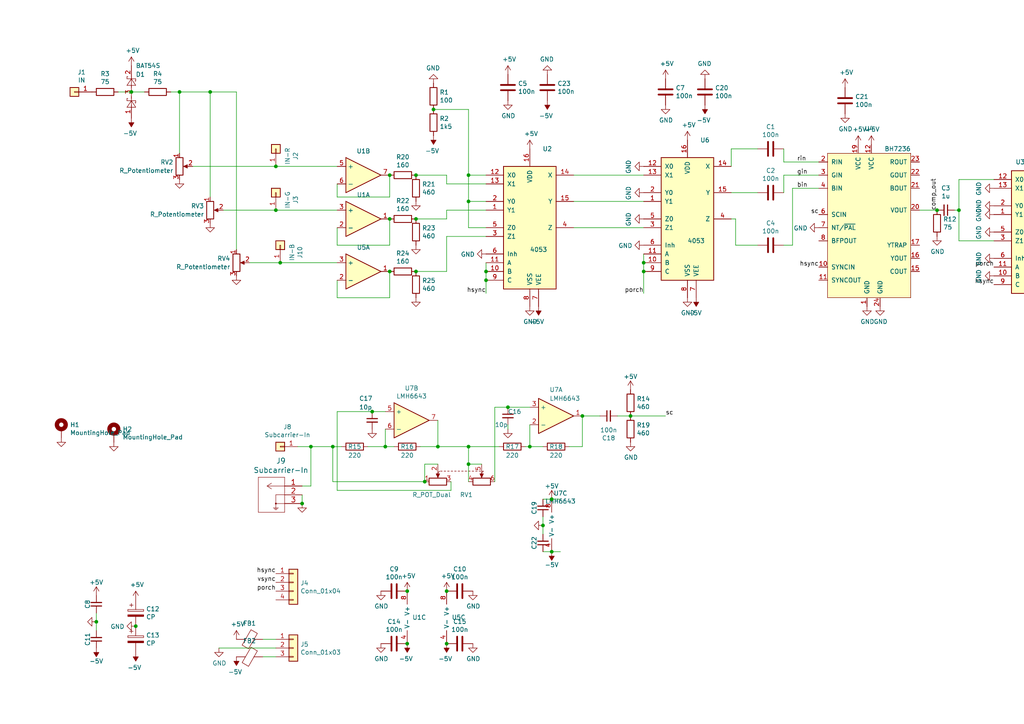
<source format=kicad_sch>
(kicad_sch (version 20231120) (generator "eeschema") (generator_version "8.0")
  (paper "A4")
  (title_block (title "sk800-rgb") (date "2021-09-13") (rev "2.0") (company "[ a n y m a ]"))
  (lib_symbols
    (symbol "4xxx:4053" (pin_names (offset 1.016))
      (property "Reference" "U" (at -7.62 19.05 0))
      (property "Value" "4053" (at -7.62 -19.05 0))
      (symbol "4053_1_0"
        (pin passive line (at -12.7 5.08 0) (length 5.08) (name "Y1") (number "1"))
        (pin input line (at -12.7 -12.7 0) (length 5.08) (name "B") (number "10"))
        (pin input line (at -12.7 -10.16 0) (length 5.08) (name "A") (number "11"))
        (pin passive line (at -12.7 15.24 0) (length 5.08) (name "X0") (number "12"))
        (pin passive line (at -12.7 12.7 0) (length 5.08) (name "X1") (number "13"))
        (pin passive line (at 12.7 15.24 180) (length 5.08) (name "X") (number "14"))
        (pin passive line (at 12.7 7.62 180) (length 5.08) (name "Y") (number "15"))
        (pin power_in line (at 0 22.86 270) (length 5.08) (name "VDD") (number "16"))
        (pin passive line (at -12.7 7.62 0) (length 5.08) (name "Y0") (number "2"))
        (pin passive line (at -12.7 -2.54 0) (length 5.08) (name "Z1") (number "3"))
        (pin passive line (at 12.7 0 180) (length 5.08) (name "Z") (number "4"))
        (pin passive line (at -12.7 0 0) (length 5.08) (name "Z0") (number "5"))
        (pin input line (at -12.7 -7.62 0) (length 5.08) (name "Inh") (number "6"))
        (pin power_in line (at 2.54 -22.86 90) (length 5.08) (name "VEE") (number "7"))
        (pin power_in line (at 0 -22.86 90) (length 5.08) (name "VSS") (number "8"))
        (pin input line (at -12.7 -15.24 0) (length 5.08) (name "C") (number "9"))
      )
    )
    (symbol "Connector_Generic:Conn_01x01" (pin_names (offset 1.016) hide)
      (property "Reference" "J" (at 0 2.54 0))
      (property "Value" "Conn_01x01" (at 0 -2.54 0))
      (symbol "Conn_01x01_1_1"
        (pin passive line (at -5.08 0 0) (length 3.81) (name "Pin_1") (number "1"))
      )
    )
    (symbol "Connector_Generic:Conn_01x03" (pin_names (offset 1.016) hide)
      (property "Reference" "J" (at 0 5.08 0))
      (property "Value" "Conn_01x03" (at 0 -5.08 0))
      (symbol "Conn_01x03_1_1"
        (pin passive line (at -5.08 2.54 0) (length 3.81) (name "Pin_1") (number "1"))
        (pin passive line (at -5.08 0 0) (length 3.81) (name "Pin_2") (number "2"))
        (pin passive line (at -5.08 -2.54 0) (length 3.81) (name "Pin_3") (number "3"))
      )
    )
    (symbol "Connector_Generic:Conn_01x04" (pin_names (offset 1.016) hide)
      (property "Reference" "J" (at 0 5.08 0))
      (property "Value" "Conn_01x04" (at 0 -7.62 0))
      (symbol "Conn_01x04_1_1"
        (pin passive line (at -5.08 2.54 0) (length 3.81) (name "Pin_1") (number "1"))
        (pin passive line (at -5.08 0 0) (length 3.81) (name "Pin_2") (number "2"))
        (pin passive line (at -5.08 -2.54 0) (length 3.81) (name "Pin_3") (number "3"))
        (pin passive line (at -5.08 -5.08 0) (length 3.81) (name "Pin_4") (number "4"))
      )
    )
    (symbol "Device:C" (pin_numbers hide) (pin_names (offset 0.254))
      (property "Reference" "C" (at 0.635 2.54 0))
      (property "Value" "C" (at 0.635 -2.54 0))
      (symbol "C_1_1"
        (pin passive line (at 0 3.81 270) (length 2.794) (name "~") (number "1"))
        (pin passive line (at 0 -3.81 90) (length 2.794) (name "~") (number "2"))
      )
    )
    (symbol "Device:R" (pin_numbers hide) (pin_names (offset 0))
      (property "Reference" "R" (at 2.032 0 90))
      (property "Value" "R" (at 0 0 90))
      (symbol "R_1_1"
        (pin passive line (at 0 3.81 270) (length 1.27) (name "~") (number "1"))
        (pin passive line (at 0 -3.81 90) (length 1.27) (name "~") (number "2"))
      )
    )
    (symbol "Device:R_Potentiometer" (pin_names (offset 1.016) hide)
      (property "Reference" "RV" (at -4.445 0 90))
      (property "Value" "R_Potentiometer" (at -2.54 0 90))
      (symbol "R_Potentiometer_1_1"
        (pin passive line (at 0 3.81 270) (length 1.27) (name "1") (number "1"))
        (pin passive line (at 3.81 0 180) (length 1.27) (name "2") (number "2"))
        (pin passive line (at 0 -3.81 90) (length 1.27) (name "3") (number "3"))
      )
    )
    (symbol "Mechanical:MountingHole_Pad" (pin_numbers hide) (pin_names (offset 1.016) hide) (exclude_from_sim yes) (in_bom no)
      (property "Reference" "H" (at 0 6.35 0))
      (property "Value" "MountingHole_Pad" (at 0 4.445 0))
      (symbol "MountingHole_Pad_1_1"
        (pin input line (at 0 -2.54 90) (length 2.54) (name "1") (number "1"))
      )
    )
    (symbol "sk800-rgb-rescue:CP-Device" (pin_numbers hide) (pin_names (offset 0.254))
      (property "Reference" "C" (at 0.635 2.54 0))
      (property "Value" "Device_CP" (at 0.635 -2.54 0))
      (symbol "CP-Device_1_1"
        (pin passive line (at 0 3.81 270) (length 2.794) (name "~") (number "1"))
        (pin passive line (at 0 -3.81 90) (length 2.794) (name "~") (number "2"))
      )
    )
    (symbol "sk800-rgb-rescue:Ferrite_Bead-Device" (pin_numbers hide) (pin_names (offset 0))
      (property "Reference" "FB" (at -3.81 0.635 90))
      (property "Value" "Device_Ferrite_Bead" (at 3.81 0 90))
      (symbol "Ferrite_Bead-Device_1_1"
        (pin passive line (at 0 3.81 270) (length 2.54) (name "~") (number "1"))
        (pin passive line (at 0 -3.81 90) (length 2.54) (name "~") (number "2"))
      )
    )
    (symbol "sk800-rgb-rescue:GND-power" (power) (pin_names (offset 0))
      (property "Value" "power_GND" (at 0 -3.81 0))
      (symbol "GND-power_1_1"
        (pin power_in line (at 0 0 270) (length 0) hide (name "GND") (number "1"))
      )
    )
    (symbol "sk800-rgb-rescue:R_POT_Dual-Device" (pin_names (offset 1.016) hide)
      (property "Reference" "RV" (at 0 3.81 0))
      (property "Value" "Device_R_POT_Dual" (at 0 1.905 0))
      (symbol "R_POT_Dual-Device_1_1"
        (pin passive line (at -10.16 -2.54 0) (length 1.27) (name "1") (number "1"))
        (pin passive line (at -6.35 2.54 270) (length 2.54) (name "2") (number "2"))
        (pin passive line (at -2.54 -2.54 180) (length 1.27) (name "3") (number "3"))
        (pin passive line (at 2.54 -2.54 0) (length 1.27) (name "4") (number "4"))
        (pin passive line (at 6.35 2.54 270) (length 2.54) (name "5") (number "5"))
        (pin passive line (at 10.16 -2.54 180) (length 1.27) (name "6") (number "6"))
      )
    )
    (symbol "synkie_symbols:+5V" (power) (pin_names (offset 0))
      (property "Value" "+5V" (at 0 3.556 0))
      (symbol "+5V_1_1"
        (pin power_in line (at 0 0 90) (length 0) hide (name "+5V") (number "1"))
      )
    )
    (symbol "synkie_symbols:-5V" (power) (pin_names (offset 0))
      (property "Value" "-5V" (at 0 3.81 0))
      (symbol "-5V_0_0"
        (pin power_in line (at 0 0 90) (length 0) hide (name "-5V") (number "1"))
      )
    )
    (symbol "synkie_symbols:BAT54S" (pin_names (offset 1.016))
      (property "Reference" "D" (at 0.635 -3.81 0))
      (property "Value" "BAT54S" (at -6.35 3.175 0))
      (symbol "BAT54S_1_1"
        (pin passive line (at -7.62 0 0) (length 3.81) (name "~") (number "1"))
        (pin passive line (at 7.62 0 180) (length 3.81) (name "~") (number "2"))
        (pin passive line (at 0 0 0) (length 0) (name "~") (number "3"))
      )
    )
    (symbol "synkie_symbols:BH7236" (pin_names (offset 1.016))
      (property "Reference" "U" (at -3.81 8.89 0))
      (property "Value" "BH7236" (at -3.81 13.97 0))
      (symbol "BH7236_1_1"
        (pin input line (at -3.81 -20.32 90) (length 2.54) (name "GND") (number "1"))
        (pin input line (at -17.78 -8.89 0) (length 2.54) (name "SYNCIN") (number "10"))
        (pin input line (at -17.78 -12.7 0) (length 2.54) (name "SYNCOUT") (number "11"))
        (pin input line (at -2.54 26.67 270) (length 2.54) (name "VCC") (number "12"))
        (pin input line (at -17.78 -25.4 0) (length 2.54) hide (name "NC") (number "13"))
        (pin input line (at -17.78 -27.94 0) (length 2.54) hide (name "NC") (number "14"))
        (pin input line (at 11.43 -10.16 180) (length 2.54) (name "COUT") (number "15"))
        (pin input line (at 11.43 -6.35 180) (length 2.54) (name "YOUT") (number "16"))
        (pin input line (at 11.43 -2.54 180) (length 2.54) (name "YTRAP") (number "17"))
        (pin input line (at 11.43 1.27 180) (length 2.54) hide (name "NC") (number "18"))
        (pin input line (at -6.35 26.67 270) (length 2.54) (name "VCC") (number "19"))
        (pin input line (at -17.78 21.59 0) (length 2.54) (name "RIN") (number "2"))
        (pin input line (at 11.43 7.62 180) (length 2.54) (name "VOUT") (number "20"))
        (pin input line (at 11.43 13.97 180) (length 2.54) (name "BOUT") (number "21"))
        (pin input line (at 11.43 17.78 180) (length 2.54) (name "GOUT") (number "22"))
        (pin input line (at 11.43 21.59 180) (length 2.54) (name "ROUT") (number "23"))
        (pin input line (at 0 -20.32 90) (length 2.54) (name "GND") (number "24"))
        (pin input line (at -17.78 17.78 0) (length 2.54) (name "GIN") (number "3"))
        (pin input line (at -17.78 13.97 0) (length 2.54) (name "BIN") (number "4"))
        (pin input line (at -17.78 10.16 0) (length 2.54) hide (name "NC") (number "5"))
        (pin input line (at -17.78 6.35 0) (length 2.54) (name "SCIN") (number "6"))
        (pin input line (at -17.78 2.54 0) (length 2.54) (name "NT/~{PAL}") (number "7"))
        (pin input line (at -17.78 -1.27 0) (length 2.54) (name "BFPOUT") (number "8"))
        (pin input line (at -17.78 -5.08 0) (length 2.54) hide (name "NC") (number "9"))
      )
    )
    (symbol "synkie_symbols:C_Small" (pin_numbers hide) (pin_names (offset 0.254) hide)
      (property "Reference" "C" (at 0.254 1.778 0))
      (property "Value" "C_Small" (at 0.254 -2.032 0))
      (symbol "C_Small_1_1"
        (pin passive line (at 0 2.54 270) (length 2.032) (name "~") (number "1"))
        (pin passive line (at 0 -2.54 90) (length 2.032) (name "~") (number "2"))
      )
    )
    (symbol "synkie_symbols:GND" (power) (pin_names (offset 0))
      (property "Value" "GND" (at 0 -3.81 0))
      (symbol "GND_1_1"
        (pin power_in line (at 0 0 270) (length 0) hide (name "GND") (number "1"))
      )
    )
    (symbol "synkie_symbols:Opamp_Dual_Generic"
      (property "Reference" "U" (at 0 5.08 0))
      (property "Value" "Opamp_Dual_Generic" (at 0 -5.08 0))
      (symbol "Opamp_Dual_Generic_1_1"
        (pin output line (at 7.62 0 180) (length 2.54) (name "~") (number "1"))
        (pin input line (at -7.62 -2.54 0) (length 2.54) (name "-") (number "2"))
        (pin input line (at -7.62 2.54 0) (length 2.54) (name "+") (number "3"))
      )
      (symbol "Opamp_Dual_Generic_2_1"
        (pin input line (at -7.62 2.54 0) (length 2.54) (name "+") (number "5"))
        (pin input line (at -7.62 -2.54 0) (length 2.54) (name "-") (number "6"))
        (pin output line (at 7.62 0 180) (length 2.54) (name "~") (number "7"))
      )
      (symbol "Opamp_Dual_Generic_3_1"
        (pin power_in line (at -2.54 -7.62 90) (length 3.81) (name "V-") (number "4"))
        (pin power_in line (at -2.54 7.62 270) (length 3.81) (name "V+") (number "8"))
      )
    )
    (symbol "synkie_symbols:R" (pin_numbers hide) (pin_names (offset 0))
      (property "Reference" "R" (at 2.032 0 90))
      (property "Value" "R" (at 0 0 90))
      (symbol "R_1_1"
        (pin passive line (at 0 3.81 270) (length 1.27) (name "~") (number "1"))
        (pin passive line (at 0 -3.81 90) (length 1.27) (name "~") (number "2"))
      )
    )
    (symbol "synkie_symbols:UMCC" (pin_names (offset 0.254) hide)
      (property "Reference" "J" (at 8.89 6.35 0))
      (property "Value" "UMCC" (at 8.382 -8.8392 0))
      (symbol "UMCC_1_1"
        (pin unspecified line (at 0 0 0) (length 5.08) (name "1") (number "1"))
        (pin unspecified line (at 0 -2.54 0) (length 5.08) (name "2") (number "2"))
        (pin unspecified line (at 0 -5.08 0) (length 5.08) (name "3") (number "3"))
      )
    )
  )
  (junction (at 120.65 63.5))
  (junction (at 278.13 60.96))
  (junction (at 186.69 76.2))
  (junction (at 129.54 171.45))
  (junction (at 120.65 78.74))
  (junction (at 96.52 129.54))
  (junction (at 140.97 78.74))
  (junction (at 118.11 171.45))
  (junction (at 80.01 60.96))
  (junction (at 334.01 80.01))
  (junction (at 81.28 76.2))
  (junction (at 113.03 50.8))
  (junction (at 52.07 26.67))
  (junction (at 271.78 60.96))
  (junction (at 186.69 78.74))
  (junction (at 118.11 186.69))
  (junction (at 349.25 69.85))
  (junction (at 147.32 118.11))
  (junction (at 80.01 48.26))
  (junction (at 135.89 50.8))
  (junction (at 140.97 81.28))
  (junction (at 113.03 63.5))
  (junction (at 160.02 144.78))
  (junction (at 38.1 26.67))
  (junction (at 135.89 134.62))
  (junction (at 182.88 120.65))
  (junction (at 87.63 146.05))
  (junction (at 125.73 31.75))
  (junction (at 111.76 129.54))
  (junction (at 168.91 120.65))
  (junction (at 160.02 160.02))
  (junction (at 107.95 119.38))
  (junction (at 157.48 152.4))
  (junction (at 27.94 180.34))
  (junction (at 39.37 181.61))
  (junction (at 123.19 139.7))
  (junction (at 127 129.54))
  (junction (at 153.67 129.54))
  (junction (at 90.17 129.54))
  (junction (at 135.89 58.42))
  (junction (at 113.03 78.74))
  (junction (at 60.96 26.67))
  (junction (at 135.89 129.54))
  (junction (at 129.54 186.69))
  (junction (at 120.65 50.8))
  (wire (pts (xy 123.19 139.7) (xy 96.52 139.7)))
  (wire (pts (xy 143.51 139.7) (xy 143.51 118.11)))
  (wire (pts (xy 237.49 54.61) (xy 229.87 54.61)))
  (wire (pts (xy 157.48 144.78) (xy 160.02 144.78)))
  (wire (pts (xy 60.96 26.67) (xy 68.58 26.67)))
  (wire (pts (xy 113.03 63.5) (xy 113.03 71.12)))
  (wire (pts (xy 90.17 140.97) (xy 90.17 129.54)))
  (wire (pts (xy 349.25 80.01) (xy 345.44 80.01)))
  (wire (pts (xy 96.52 139.7) (xy 96.52 129.54)))
  (wire (pts (xy 140.97 76.2) (xy 140.97 78.74)))
  (wire (pts (xy 97.79 119.38) (xy 107.95 119.38)))
  (wire (pts (xy 219.71 43.18) (xy 212.09 43.18)))
  (wire (pts (xy 229.87 71.12) (xy 227.33 71.12)))
  (wire (pts (xy 157.48 160.02) (xy 160.02 160.02)))
  (wire (pts (xy 60.96 26.67) (xy 60.96 57.15)))
  (wire (pts (xy 153.67 129.54) (xy 152.4 129.54)))
  (wire (pts (xy 135.89 134.62) (xy 135.89 129.54)))
  (wire (pts (xy 135.89 58.42) (xy 135.89 66.04)))
  (wire (pts (xy 278.13 52.07) (xy 288.29 52.07)))
  (wire (pts (xy 334.01 67.31) (xy 313.69 67.31)))
  (wire (pts (xy 140.97 58.42) (xy 135.89 58.42)))
  (wire (pts (xy 227.33 46.99) (xy 227.33 43.18)))
  (wire (pts (xy 212.09 63.5) (xy 213.36 63.5)))
  (wire (pts (xy 52.07 26.67) (xy 52.07 44.45)))
  (wire (pts (xy 87.63 143.51) (xy 87.63 146.05)))
  (wire (pts (xy 87.63 140.97) (xy 90.17 140.97)))
  (wire (pts (xy 64.77 60.96) (xy 80.01 60.96)))
  (wire (pts (xy 106.68 129.54) (xy 111.76 129.54)))
  (wire (pts (xy 153.67 118.11) (xy 147.32 118.11)))
  (wire (pts (xy 349.25 69.85) (xy 349.25 80.01)))
  (wire (pts (xy 80.01 60.96) (xy 97.79 60.96)))
  (wire (pts (xy 278.13 60.96) (xy 278.13 69.85)))
  (wire (pts (xy 127 134.62) (xy 123.19 134.62)))
  (wire (pts (xy 114.3 129.54) (xy 111.76 129.54)))
  (wire (pts (xy 97.79 71.12) (xy 113.03 71.12)))
  (wire (pts (xy 97.79 142.24) (xy 130.81 142.24)))
  (wire (pts (xy 97.79 66.04) (xy 97.79 71.12)))
  (wire (pts (xy 97.79 142.24) (xy 97.79 119.38)))
  (wire (pts (xy 123.19 134.62) (xy 123.19 139.7)))
  (wire (pts (xy 166.37 66.04) (xy 186.69 66.04)))
  (wire (pts (xy 157.48 152.4) (xy 157.48 149.86)))
  (wire (pts (xy 227.33 55.88) (xy 227.33 50.8)))
  (wire (pts (xy 337.82 80.01) (xy 334.01 80.01)))
  (wire (pts (xy 160.02 160.02) (xy 162.56 160.02)))
  (wire (pts (xy 129.54 50.8) (xy 120.65 50.8)))
  (wire (pts (xy 129.54 68.58) (xy 129.54 78.74)))
  (wire (pts (xy 147.32 123.19) (xy 147.32 124.46)))
  (wire (pts (xy 34.29 26.67) (xy 38.1 26.67)))
  (wire (pts (xy 157.48 154.94) (xy 157.48 152.4)))
  (wire (pts (xy 271.78 60.96) (xy 266.7 60.96)))
  (wire (pts (xy 49.53 26.67) (xy 52.07 26.67)))
  (wire (pts (xy 129.54 78.74) (xy 120.65 78.74)))
  (wire (pts (xy 52.07 26.67) (xy 60.96 26.67)))
  (wire (pts (xy 96.52 129.54) (xy 99.06 129.54)))
  (wire (pts (xy 80.01 190.5) (xy 76.2 190.5)))
  (wire (pts (xy 140.97 50.8) (xy 135.89 50.8)))
  (wire (pts (xy 111.76 124.46) (xy 111.76 129.54)))
  (wire (pts (xy 135.89 129.54) (xy 144.78 129.54)))
  (wire (pts (xy 80.01 187.96) (xy 63.5 187.96)))
  (wire (pts (xy 129.54 60.96) (xy 129.54 63.5)))
  (wire (pts (xy 97.79 57.15) (xy 113.03 57.15)))
  (wire (pts (xy 129.54 53.34) (xy 129.54 50.8)))
  (wire (pts (xy 166.37 50.8) (xy 186.69 50.8)))
  (wire (pts (xy 168.91 129.54) (xy 165.1 129.54)))
  (wire (pts (xy 212.09 43.18) (xy 212.09 48.26)))
  (wire (pts (xy 182.88 120.65) (xy 179.07 120.65)))
  (wire (pts (xy 97.79 86.36) (xy 113.03 86.36)))
  (wire (pts (xy 153.67 129.54) (xy 153.67 123.19)))
  (wire (pts (xy 113.03 50.8) (xy 113.03 57.15)))
  (wire (pts (xy 129.54 63.5) (xy 120.65 63.5)))
  (wire (pts (xy 135.89 139.7) (xy 135.89 134.62)))
  (wire (pts (xy 278.13 52.07) (xy 278.13 60.96)))
  (wire (pts (xy 140.97 68.58) (xy 129.54 68.58)))
  (wire (pts (xy 186.69 73.66) (xy 186.69 76.2)))
  (wire (pts (xy 166.37 58.42) (xy 186.69 58.42)))
  (wire (pts (xy 186.69 78.74) (xy 186.69 85.09)))
  (wire (pts (xy 80.01 48.26) (xy 97.79 48.26)))
  (wire (pts (xy 229.87 54.61) (xy 229.87 71.12)))
  (wire (pts (xy 140.97 53.34) (xy 129.54 53.34)))
  (wire (pts (xy 127 121.92) (xy 127 129.54)))
  (wire (pts (xy 80.01 185.42) (xy 76.2 185.42)))
  (wire (pts (xy 237.49 46.99) (xy 227.33 46.99)))
  (wire (pts (xy 334.01 72.39) (xy 334.01 80.01)))
  (wire (pts (xy 97.79 53.34) (xy 97.79 57.15)))
  (wire (pts (xy 135.89 31.75) (xy 135.89 50.8)))
  (wire (pts (xy 96.52 129.54) (xy 90.17 129.54)))
  (wire (pts (xy 72.39 76.2) (xy 81.28 76.2)))
  (wire (pts (xy 143.51 118.11) (xy 147.32 118.11)))
  (wire (pts (xy 97.79 81.28) (xy 97.79 86.36)))
  (wire (pts (xy 140.97 85.09) (xy 140.97 81.28)))
  (wire (pts (xy 140.97 60.96) (xy 129.54 60.96)))
  (wire (pts (xy 55.88 48.26) (xy 80.01 48.26)))
  (wire (pts (xy 186.69 76.2) (xy 186.69 78.74)))
  (wire (pts (xy 219.71 71.12) (xy 213.36 71.12)))
  (wire (pts (xy 135.89 134.62) (xy 139.7 134.62)))
  (wire (pts (xy 27.94 182.88) (xy 27.94 180.34)))
  (wire (pts (xy 127 129.54) (xy 121.92 129.54)))
  (wire (pts (xy 111.76 119.38) (xy 107.95 119.38)))
  (wire (pts (xy 168.91 120.65) (xy 173.99 120.65)))
  (wire (pts (xy 168.91 120.65) (xy 168.91 129.54)))
  (wire (pts (xy 130.81 142.24) (xy 130.81 139.7)))
  (wire (pts (xy 135.89 66.04) (xy 140.97 66.04)))
  (wire (pts (xy 182.88 120.65) (xy 193.04 120.65)))
  (wire (pts (xy 278.13 60.96) (xy 276.86 60.96)))
  (wire (pts (xy 212.09 55.88) (xy 219.71 55.88)))
  (wire (pts (xy 113.03 78.74) (xy 113.03 86.36)))
  (wire (pts (xy 90.17 129.54) (xy 86.36 129.54)))
  (wire (pts (xy 213.36 71.12) (xy 213.36 63.5)))
  (wire (pts (xy 41.91 26.67) (xy 38.1 26.67)))
  (wire (pts (xy 157.48 129.54) (xy 153.67 129.54)))
  (wire (pts (xy 127 129.54) (xy 135.89 129.54)))
  (wire (pts (xy 278.13 69.85) (xy 288.29 69.85)))
  (wire (pts (xy 135.89 50.8) (xy 135.89 58.42)))
  (wire (pts (xy 140.97 78.74) (xy 140.97 81.28)))
  (wire (pts (xy 227.33 50.8) (xy 237.49 50.8)))
  (wire (pts (xy 68.58 26.67) (xy 68.58 72.39)))
  (wire (pts (xy 160.02 144.78) (xy 162.56 144.78)))
  (wire (pts (xy 125.73 31.75) (xy 135.89 31.75)))
  (wire (pts (xy 81.28 76.2) (xy 97.79 76.2)))
  (wire (pts (xy 27.94 180.34) (xy 27.94 177.8)))
  (label "hsync" (at 237.49 77.47 180))
  (label "sc" (at 237.49 62.23 180))
  (label "bin" (at 231.14 54.61 0))
  (label "hsync" (at 80.01 166.37 180))
  (label "gin" (at 231.14 50.8 0))
  (label "hsync" (at 140.97 85.09 180))
  (label "porch" (at 186.69 85.09 180))
  (label "porch" (at 288.29 77.47 180))
  (label "comp_out" (at 271.78 60.96 90))
  (label "clamped" (at 321.31 67.31 0))
  (label "rin" (at 231.14 46.99 0))
  (label "vsync" (at 80.01 168.91 180))
  (label "hsync" (at 288.29 82.55 180))
  (label "porch" (at 80.01 171.45 180))
  (label "sc" (at 193.04 120.65 0))
  (symbol (lib_id "synkie_symbols:GND") (at 313.69 52.07 90) (unit 1)
    (property "Reference" "#PWR08" (effects (hide yes)))
    (property "Value" "GND" (at 318.0842 51.943 0))
  )
  (symbol (lib_id "synkie_symbols:+5V") (at 300.99 44.45 0) (unit 1)
    (property "Reference" "#PWR07" (effects (hide yes)))
    (property "Value" "+5V" (at 301.371 40.0558 0))
  )
  (symbol (lib_id "synkie_symbols:GND") (at 300.99 90.17 0) (unit 1)
    (property "Reference" "#PWR023" (effects (hide yes)))
    (property "Value" "GND" (at 301.117 94.5642 0))
  )
  (symbol (lib_id "synkie_symbols:-5V") (at 303.53 90.17 180) (unit 1)
    (property "Reference" "#PWR024" (effects (hide yes)))
    (property "Value" "-5V" (at 303.149 94.5642 0))
  )
  (symbol (lib_id "synkie_symbols:GND") (at 288.29 74.93 270) (unit 1)
    (property "Reference" "#PWR016" (effects (hide yes)))
    (property "Value" "GND" (at 283.8958 75.057 0))
  )
  (symbol (lib_id "synkie_symbols:GND") (at 288.29 54.61 270) (unit 1)
    (property "Reference" "#PWR011" (effects (hide yes)))
    (property "Value" "GND" (at 283.8958 54.737 0))
  )
  (symbol (lib_id "synkie_symbols:GND") (at 288.29 67.31 270) (unit 1)
    (property "Reference" "#PWR014" (effects (hide yes)))
    (property "Value" "GND" (at 283.8958 67.437 0))
  )
  (symbol (lib_id "4xxx:4053") (at 300.99 67.31 0) (unit 1)
    (property "Reference" "U3" (at 295.91 46.99 0))
    (property "Value" "4053" (at 312.42 83.82 0))
    (property "Footprint" "synkie_footprints:SOIC-16_3.9x9.9mm_P1.27mm" (effects (hide yes)))
    (property "Datasheet" "http://www.intersil.com/content/dam/Intersil/documents/cd40/cd4051bms-52bms-53bms.pdf" (effects (hide yes)))
  )
  (symbol (lib_id "synkie_symbols:C_Small") (at 274.32 60.96 270) (unit 1)
    (property "Reference" "C3" (at 274.32 54.5592 90))
    (property "Value" "1u" (at 274.32 56.8706 90))
    (property "Footprint" "synkie_footprints:C_0603_1608Metric_Pad1.05x0.95mm_HandSolder" (effects (hide yes)))
  )
  (symbol (lib_id "synkie_symbols:GND") (at 27.94 180.34 270) (unit 1)
    (property "Reference" "#PWR035" (effects (hide yes)))
    (property "Value" "GND" (effects (hide yes)))
  )
  (symbol (lib_id "synkie_symbols:C_Small") (at 27.94 185.42 180) (unit 1)
    (property "Reference" "C11" (at 25.4 185.42 90))
    (property "Value" "100n" (effects (hide yes)))
    (property "Footprint" "synkie_footprints:C_0603_1608Metric_Pad1.05x0.95mm_HandSolder" (effects (hide yes)))
  )
  (symbol (lib_id "synkie_symbols:C_Small") (at 27.94 175.26 180) (unit 1)
    (property "Reference" "C8" (at 25.4 175.26 90))
    (property "Value" "100n" (effects (hide yes)))
    (property "Footprint" "synkie_footprints:C_0603_1608Metric_Pad1.05x0.95mm_HandSolder" (effects (hide yes)))
  )
  (symbol (lib_id "synkie_symbols:+5V") (at 27.94 172.72 0) (unit 1)
    (property "Reference" "#PWR034" (effects (hide yes)))
    (property "Value" "+5V" (at 27.94 168.91 0))
  )
  (symbol (lib_id "synkie_symbols:-5V") (at 27.94 187.96 180) (unit 1)
    (property "Reference" "#PWR041" (effects (hide yes)))
    (property "Value" "-5V" (at 27.94 191.77 0))
  )
  (symbol (lib_id "synkie_symbols:Opamp_Dual_Generic") (at 119.38 121.92 0) (unit 2)
    (property "Reference" "U7" (at 119.38 112.5982 0))
    (property "Value" "LMH6643" (at 119.38 114.9096 0))
    (property "Footprint" "synkie_footprints:SOIC-8_3.9x4.9mm_P1.27mm" (effects (hide yes)))
  )
  (symbol (lib_id "synkie_symbols:Opamp_Dual_Generic") (at 161.29 120.65 0) (unit 1)
    (property "Reference" "U7" (at 161.29 113.03 0))
    (property "Value" "LMH6643" (at 163.83 115.57 0))
    (property "Footprint" "synkie_footprints:SOIC-8_3.9x4.9mm_P1.27mm" (effects (hide yes)))
  )
  (symbol (lib_id "synkie_symbols:R") (at 118.11 129.54 270) (unit 1)
    (property "Reference" "R16" (at 118.11 129.54 90))
    (property "Value" "220" (at 118.11 132.08 90))
    (property "Footprint" "synkie_footprints:R_0805_2012Metric_Pad1.15x1.40mm_HandSolder" (effects (hide yes)))
  )
  (symbol (lib_id "synkie_symbols:C_Small") (at 107.95 121.92 0) (unit 1)
    (property "Reference" "C17" (at 104.14 115.57 0) (effects (justify left)))
    (property "Value" "10p" (at 104.14 118.11 0) (effects (justify left)))
    (property "Footprint" "synkie_footprints:C_0805_2012Metric_Pad1.15x1.40mm_HandSolder" (effects (hide yes)))
  )
  (symbol (lib_id "synkie_symbols:C_Small") (at 147.32 120.65 0) (unit 1)
    (property "Reference" "C16" (at 147.32 119.38 0) (effects (justify left)))
    (property "Value" "10p" (at 143.51 123.19 0) (effects (justify left)))
    (property "Footprint" "synkie_footprints:C_0805_2012Metric_Pad1.15x1.40mm_HandSolder" (effects (hide yes)))
  )
  (symbol (lib_id "synkie_symbols:GND") (at 107.95 124.46 0) (unit 1)
    (property "Reference" "#PWR0105" (effects (hide yes)))
    (property "Value" "GND" (effects (hide yes)))
  )
  (symbol (lib_id "synkie_symbols:GND") (at 147.32 124.46 0) (unit 1)
    (property "Reference" "#PWR0106" (effects (hide yes)))
    (property "Value" "GND" (effects (hide yes)))
  )
  (symbol (lib_id "sk800-rgb-rescue:R_POT_Dual-Device") (at 133.35 137.16 0) (unit 1)
    (property "Reference" "RV1" (at 137.16 143.51 0) (effects (justify right)))
    (property "Value" "R_POT_Dual" (at 130.81 143.51 0) (effects (justify right)))
    (property "Footprint" "synkie_footprints:RK12L123" (effects (hide yes)))
  )
  (symbol (lib_id "synkie_symbols:R") (at 102.87 129.54 270) (unit 1)
    (property "Reference" "R15" (at 102.87 129.54 90))
    (property "Value" "220" (at 102.87 132.08 90))
    (property "Footprint" "synkie_footprints:R_0805_2012Metric_Pad1.15x1.40mm_HandSolder" (effects (hide yes)))
  )
  (symbol (lib_id "synkie_symbols:R") (at 161.29 129.54 270) (unit 1)
    (property "Reference" "R18" (at 161.29 129.54 90))
    (property "Value" "220" (at 161.29 132.08 90))
    (property "Footprint" "synkie_footprints:R_0805_2012Metric_Pad1.15x1.40mm_HandSolder" (effects (hide yes)))
  )
  (symbol (lib_id "synkie_symbols:R") (at 148.59 129.54 270) (unit 1)
    (property "Reference" "R17" (at 148.59 129.54 90))
    (property "Value" "220" (at 148.59 132.08 90))
    (property "Footprint" "synkie_footprints:R_0805_2012Metric_Pad1.15x1.40mm_HandSolder" (effects (hide yes)))
  )
  (symbol (lib_id "synkie_symbols:Opamp_Dual_Generic") (at 162.56 152.4 0) (unit 3)
    (property "Reference" "U7" (at 162.56 143.0782 0))
    (property "Value" "LMH6643" (at 162.56 145.3896 0))
    (property "Footprint" "synkie_footprints:SOIC-8_3.9x4.9mm_P1.27mm" (effects (hide yes)))
  )
  (symbol (lib_id "synkie_symbols:GND") (at 157.48 152.4 270) (unit 1)
    (property "Reference" "#PWR0107" (effects (hide yes)))
    (property "Value" "GND" (effects (hide yes)))
  )
  (symbol (lib_id "synkie_symbols:+5V") (at 160.02 144.78 0) (unit 1)
    (property "Reference" "#PWR0108" (effects (hide yes)))
    (property "Value" "+5V" (at 160.02 140.97 0))
  )
  (symbol (lib_id "synkie_symbols:-5V") (at 160.02 160.02 180) (unit 1)
    (property "Reference" "#PWR0109" (effects (hide yes)))
    (property "Value" "-5V" (at 160.02 163.83 0))
  )
  (symbol (lib_id "synkie_symbols:C_Small") (at 157.48 157.48 180) (unit 1)
    (property "Reference" "C22" (at 154.94 157.48 90))
    (property "Value" "100n" (effects (hide yes)))
    (property "Footprint" "synkie_footprints:C_0603_1608Metric_Pad1.05x0.95mm_HandSolder" (effects (hide yes)))
  )
  (symbol (lib_id "synkie_symbols:C_Small") (at 157.48 147.32 180) (unit 1)
    (property "Reference" "C19" (at 154.94 147.32 90))
    (property "Value" "100n" (effects (hide yes)))
    (property "Footprint" "synkie_footprints:C_0603_1608Metric_Pad1.05x0.95mm_HandSolder" (effects (hide yes)))
  )
  (symbol (lib_id "synkie_symbols:BH7236") (at 255.27 68.58 0) (unit 1)
    (property "Reference" "U4" (at 252.095 37.3126 0))
    (property "Value" "BH7236" (at 260.35 43.18 0))
    (property "Footprint" "Package_SO:SOP-24_7.5x15.4mm_P1.27mm" (effects (hide yes)))
  )
  (symbol (lib_id "Connector_Generic:Conn_01x01") (at 21.59 26.67 180) (unit 1)
    (property "Reference" "J1" (at 23.6728 20.955 0))
    (property "Value" "IN" (at 23.6728 23.2664 0))
    (property "Footprint" "synkie_footprints:Solderpad-SYNKIEPAD-2mm" (effects (hide yes)))
  )
  (symbol (lib_id "Device:R") (at 30.48 26.67 270) (unit 1)
    (property "Reference" "R3" (at 30.48 21.4122 90))
    (property "Value" "75" (at 30.48 23.7236 90))
    (property "Footprint" "synkie_footprints:R_0805_2012Metric_Pad1.15x1.40mm_HandSolder" (effects (hide yes)))
  )
  (symbol (lib_id "synkie_symbols:BAT54S") (at 38.1 26.67 90) (unit 1)
    (property "Reference" "D1" (at 39.37 21.59 90) (effects (justify right)))
    (property "Value" "BAT54S" (at 39.37 19.05 90) (effects (justify right)))
    (property "Footprint" "Package_TO_SOT_SMD:SOT-23" (effects (hide yes)))
    (property "Datasheet" "https://www.diodes.com/assets/Datasheets/ds11005.pdf" (effects (hide yes)))
  )
  (symbol (lib_id "synkie_symbols:+5V") (at 38.1 19.05 0) (unit 1)
    (property "Reference" "#PWR03" (effects (hide yes)))
    (property "Value" "+5V" (at 38.481 14.6558 0))
  )
  (symbol (lib_id "Device:R") (at 45.72 26.67 270) (unit 1)
    (property "Reference" "R4" (at 45.72 21.4122 90))
    (property "Value" "75" (at 45.72 23.7236 90))
    (property "Footprint" "synkie_footprints:R_0805_2012Metric_Pad1.15x1.40mm_HandSolder" (effects (hide yes)))
  )
  (symbol (lib_id "4xxx:4053") (at 153.67 66.04 0) (unit 1)
    (property "Reference" "U2" (at 158.75 43.18 0))
    (property "Value" "4053" (at 156.21 72.39 0))
    (property "Footprint" "synkie_footprints:SOIC-16_3.9x9.9mm_P1.27mm" (effects (hide yes)))
    (property "Datasheet" "http://www.intersil.com/content/dam/Intersil/documents/cd40/cd4051bms-52bms-53bms.pdf" (effects (hide yes)))
  )
  (symbol (lib_id "sk800-rgb-rescue:GND-power") (at 153.67 88.9 0) (unit 1)
    (property "Reference" "#PWR019" (effects (hide yes)))
    (property "Value" "GND" (at 153.797 93.2942 0))
  )
  (symbol (lib_id "sk800-rgb-rescue:GND-power") (at 140.97 73.66 270) (unit 1)
    (property "Reference" "#PWR015" (effects (hide yes)))
    (property "Value" "GND" (at 137.7188 73.787 90) (effects (justify right)))
  )
  (symbol (lib_id "synkie_symbols:+5V") (at 153.67 43.18 0) (unit 1)
    (property "Reference" "#PWR04" (effects (hide yes)))
    (property "Value" "+5V" (at 154.051 38.7858 0))
  )
  (symbol (lib_id "sk800-rgb-rescue:GND-power") (at 147.32 29.21 0) (unit 1)
    (property "Reference" "#PWR029" (effects (hide yes)))
    (property "Value" "GND" (at 147.447 33.6042 0))
  )
  (symbol (lib_id "Device:C") (at 147.32 25.4 0) (unit 1)
    (property "Reference" "C5" (at 150.241 24.2316 0) (effects (justify left)))
    (property "Value" "100n" (at 150.241 26.543 0) (effects (justify left)))
    (property "Footprint" "synkie_footprints:C_0603_1608Metric_Pad1.05x0.95mm_HandSolder" (effects (hide yes)))
  )
  (symbol (lib_id "synkie_symbols:+5V") (at 147.32 21.59 0) (unit 1)
    (property "Reference" "#PWR025" (effects (hide yes)))
    (property "Value" "+5V" (at 147.701 17.1958 0))
  )
  (symbol (lib_id "Connector_Generic:Conn_01x04") (at 85.09 168.91 0) (unit 1)
    (property "Reference" "J4" (at 87.122 169.1132 0) (effects (justify left)))
    (property "Value" "Conn_01x04" (at 87.122 171.4246 0) (effects (justify left)))
    (property "Footprint" "synkie_footprints:Molex_KK-254_AE-6410-04A_1x04_P2.54mm_Vertical" (effects (hide yes)))
  )
  (symbol (lib_id "Device:C") (at 223.52 43.18 270) (unit 1)
    (property "Reference" "C1" (at 223.52 36.7792 90))
    (property "Value" "100n" (at 223.52 39.0906 90))
    (property "Footprint" "synkie_footprints:C_0603_1608Metric_Pad1.05x0.95mm_HandSolder" (effects (hide yes)))
  )
  (symbol (lib_id "Device:C") (at 223.52 55.88 270) (unit 1)
    (property "Reference" "C2" (at 223.52 49.4792 90))
    (property "Value" "100n" (at 223.52 51.7906 90))
    (property "Footprint" "synkie_footprints:C_0603_1608Metric_Pad1.05x0.95mm_HandSolder" (effects (hide yes)))
  )
  (symbol (lib_id "Device:C") (at 223.52 71.12 270) (unit 1)
    (property "Reference" "C4" (at 223.52 64.7192 90))
    (property "Value" "100n" (at 223.52 67.0306 90))
    (property "Footprint" "synkie_footprints:C_0603_1608Metric_Pad1.05x0.95mm_HandSolder" (effects (hide yes)))
  )
  (symbol (lib_id "sk800-rgb-rescue:GND-power") (at 237.49 66.04 270) (unit 1)
    (property "Reference" "#PWR013" (effects (hide yes)))
    (property "Value" "GND" (at 234.2388 66.167 90) (effects (justify right)))
  )
  (symbol (lib_id "sk800-rgb-rescue:GND-power") (at 255.27 88.9 0) (unit 1)
    (property "Reference" "#PWR022" (effects (hide yes)))
    (property "Value" "GND" (at 255.397 93.2942 0))
  )
  (symbol (lib_id "sk800-rgb-rescue:GND-power") (at 251.46 88.9 0) (unit 1)
    (property "Reference" "#PWR021" (effects (hide yes)))
    (property "Value" "GND" (at 251.587 93.2942 0))
  )
  (symbol (lib_id "synkie_symbols:+5V") (at 248.92 41.91 0) (unit 1)
    (property "Reference" "#PWR05" (effects (hide yes)))
    (property "Value" "+5V" (at 249.301 37.5158 0))
  )
  (symbol (lib_id "synkie_symbols:+5V") (at 252.73 41.91 0) (unit 1)
    (property "Reference" "#PWR06" (effects (hide yes)))
    (property "Value" "+5V" (at 253.111 37.5158 0))
  )
  (symbol (lib_id "sk800-rgb-rescue:GND-power") (at 311.15 29.21 0) (unit 1)
    (property "Reference" "#PWR030" (effects (hide yes)))
    (property "Value" "GND" (at 311.277 33.6042 0))
  )
  (symbol (lib_id "Device:C") (at 311.15 25.4 0) (unit 1)
    (property "Reference" "C6" (at 314.071 24.2316 0) (effects (justify left)))
    (property "Value" "100n" (at 314.071 26.543 0) (effects (justify left)))
    (property "Footprint" "synkie_footprints:C_0603_1608Metric_Pad1.05x0.95mm_HandSolder" (effects (hide yes)))
  )
  (symbol (lib_id "synkie_symbols:+5V") (at 311.15 21.59 0) (unit 1)
    (property "Reference" "#PWR026" (effects (hide yes)))
    (property "Value" "+5V" (at 311.531 17.1958 0))
  )
  (symbol (lib_id "Connector_Generic:Conn_01x03") (at 85.09 187.96 0) (unit 1)
    (property "Reference" "J5" (at 87.122 186.8932 0) (effects (justify left)))
    (property "Value" "Conn_01x03" (at 87.122 189.2046 0) (effects (justify left)))
    (property "Footprint" "synkie_footprints:Molex_KK-254_AE-6410-03A_1x03_P2.54mm_Vertical" (effects (hide yes)))
  )
  (symbol (lib_id "sk800-rgb-rescue:Ferrite_Bead-Device") (at 72.39 185.42 270) (unit 1)
    (property "Reference" "FB1" (at 72.39 180.7972 90))
    (property "Value" "Ferrite_Bead" (effects (hide yes)))
    (property "Footprint" "synkie_footprints:L_0805_2012Metric_Pad1.15x1.40mm_HandSolder" (effects (hide yes)))
  )
  (symbol (lib_id "sk800-rgb-rescue:Ferrite_Bead-Device") (at 72.39 190.5 270) (unit 1)
    (property "Reference" "FB2" (at 72.39 185.8772 90))
    (property "Value" "Ferrite_Bead" (effects (hide yes)))
    (property "Footprint" "synkie_footprints:L_0805_2012Metric_Pad1.15x1.40mm_HandSolder" (effects (hide yes)))
  )
  (symbol (lib_id "synkie_symbols:+5V") (at 68.58 185.42 0) (unit 1)
    (property "Reference" "#PWR043" (effects (hide yes)))
    (property "Value" "+5V" (at 68.961 181.0258 0))
  )
  (symbol (lib_id "synkie_symbols:-5V") (at 68.58 190.5 180) (unit 1)
    (property "Reference" "#PWR050" (effects (hide yes)))
    (property "Value" "-5V" (at 68.199 194.8942 0))
  )
  (symbol (lib_id "sk800-rgb-rescue:GND-power") (at 63.5 187.96 0) (unit 1)
    (property "Reference" "#PWR048" (effects (hide yes)))
    (property "Value" "GND" (at 63.627 192.3542 0))
  )
  (symbol (lib_id "synkie_symbols:-5V") (at 39.37 189.23 180) (unit 1)
    (property "Reference" "#PWR049" (effects (hide yes)))
    (property "Value" "-5V" (at 38.989 193.6242 0))
  )
  (symbol (lib_id "sk800-rgb-rescue:CP-Device") (at 39.37 185.42 0) (unit 1)
    (property "Reference" "C13" (at 42.3672 184.2516 0) (effects (justify left)))
    (property "Value" "CP" (at 42.3672 186.563 0) (effects (justify left)))
    (property "Footprint" "synkie_footprints:C_1206_3216Metric_Pad1.42x1.75mm_HandSolder" (effects (hide yes)))
  )
  (symbol (lib_id "sk800-rgb-rescue:CP-Device") (at 39.37 177.8 0) (unit 1)
    (property "Reference" "C12" (at 42.3672 176.6316 0) (effects (justify left)))
    (property "Value" "CP" (at 42.3672 178.943 0) (effects (justify left)))
    (property "Footprint" "synkie_footprints:C_1206_3216Metric_Pad1.42x1.75mm_HandSolder" (effects (hide yes)))
  )
  (symbol (lib_id "synkie_symbols:+5V") (at 39.37 173.99 0) (unit 1)
    (property "Reference" "#PWR040" (effects (hide yes)))
    (property "Value" "+5V" (at 39.751 169.5958 0))
  )
  (symbol (lib_id "sk800-rgb-rescue:GND-power") (at 39.37 181.61 270) (unit 1)
    (property "Reference" "#PWR042" (effects (hide yes)))
    (property "Value" "GND" (at 36.1188 181.737 90) (effects (justify right)))
  )
  (symbol (lib_id "synkie_symbols:Opamp_Dual_Generic") (at 105.41 63.5 0) (unit 1)
    (property "Reference" "U1" (at 105.41 56.515 0))
    (property "Value" "Opamp_Dual_Generic" (effects (hide yes)))
    (property "Footprint" "synkie_footprints:SOIC-8_3.9x4.9mm_P1.27mm" (effects (hide yes)))
  )
  (symbol (lib_id "synkie_symbols:Opamp_Dual_Generic") (at 105.41 50.8 0) (unit 2)
    (property "Reference" "U1" (at 105.41 43.815 0))
    (property "Value" "Opamp_Dual_Generic" (effects (hide yes)))
    (property "Footprint" "synkie_footprints:SOIC-8_3.9x4.9mm_P1.27mm" (effects (hide yes)))
  )
  (symbol (lib_id "synkie_symbols:Opamp_Dual_Generic") (at 120.65 179.07 0) (unit 3)
    (property "Reference" "U1" (at 119.5832 179.07 0) (effects (justify left)))
    (property "Value" "Opamp_Dual_Generic" (effects (hide yes)))
    (property "Footprint" "synkie_footprints:SOIC-8_3.9x4.9mm_P1.27mm" (effects (hide yes)))
  )
  (symbol (lib_id "synkie_symbols:Opamp_Dual_Generic") (at 105.41 78.74 0) (unit 1)
    (property "Reference" "U5" (at 105.41 71.755 0))
    (property "Value" "Opamp_Dual_Generic" (effects (hide yes)))
    (property "Footprint" "synkie_footprints:SOIC-8_3.9x4.9mm_P1.27mm" (effects (hide yes)))
  )
  (symbol (lib_id "synkie_symbols:Opamp_Dual_Generic") (at 341.63 69.85 0) (unit 2)
    (property "Reference" "U5" (at 341.63 62.865 0))
    (property "Value" "Opamp_Dual_Generic" (effects (hide yes)))
    (property "Footprint" "synkie_footprints:SOIC-8_3.9x4.9mm_P1.27mm" (effects (hide yes)))
  )
  (symbol (lib_id "synkie_symbols:Opamp_Dual_Generic") (at 132.08 179.07 0) (unit 3)
    (property "Reference" "U5" (at 131.0132 179.07 0) (effects (justify left)))
    (property "Value" "Opamp_Dual_Generic" (effects (hide yes)))
    (property "Footprint" "synkie_footprints:SOIC-8_3.9x4.9mm_P1.27mm" (effects (hide yes)))
  )
  (symbol (lib_id "sk800-rgb-rescue:GND-power") (at 125.73 24.13 180) (unit 1)
    (property "Reference" "#PWR01" (effects (hide yes)))
    (property "Value" "GND" (at 125.603 19.7358 0))
  )
  (symbol (lib_id "Device:R") (at 125.73 27.94 0) (unit 1)
    (property "Reference" "R1" (at 127.508 26.7716 0) (effects (justify left)))
    (property "Value" "100" (at 127.508 29.083 0) (effects (justify left)))
    (property "Footprint" "synkie_footprints:R_0805_2012Metric_Pad1.15x1.40mm_HandSolder" (effects (hide yes)))
  )
  (symbol (lib_id "Device:R") (at 125.73 35.56 0) (unit 1)
    (property "Reference" "R2" (at 127.508 34.3916 0) (effects (justify left)))
    (property "Value" "1k5" (at 127.508 36.703 0) (effects (justify left)))
    (property "Footprint" "synkie_footprints:R_0805_2012Metric_Pad1.15x1.40mm_HandSolder" (effects (hide yes)))
  )
  (symbol (lib_id "synkie_symbols:-5V") (at 125.73 39.37 180) (unit 1)
    (property "Reference" "#PWR02" (effects (hide yes)))
    (property "Value" "-5V" (at 125.349 43.7642 0))
  )
  (symbol (lib_id "synkie_symbols:-5V") (at 156.21 88.9 180) (unit 1)
    (property "Reference" "#PWR020" (effects (hide yes)))
    (property "Value" "-5V" (at 155.829 93.2942 0))
  )
  (symbol (lib_id "Device:C") (at 133.35 171.45 270) (unit 1)
    (property "Reference" "C10" (at 133.35 165.0492 90))
    (property "Value" "100n" (at 133.35 167.3606 90))
    (property "Footprint" "synkie_footprints:C_0603_1608Metric_Pad1.05x0.95mm_HandSolder" (effects (hide yes)))
  )
  (symbol (lib_id "Device:C") (at 133.35 186.69 270) (unit 1)
    (property "Reference" "C15" (at 133.35 180.2892 90))
    (property "Value" "100n" (at 133.35 182.6006 90))
    (property "Footprint" "synkie_footprints:C_0603_1608Metric_Pad1.05x0.95mm_HandSolder" (effects (hide yes)))
  )
  (symbol (lib_id "Device:C") (at 114.3 171.45 270) (unit 1)
    (property "Reference" "C9" (at 114.3 165.0492 90))
    (property "Value" "100n" (at 114.3 167.3606 90))
    (property "Footprint" "synkie_footprints:C_0603_1608Metric_Pad1.05x0.95mm_HandSolder" (effects (hide yes)))
  )
  (symbol (lib_id "Device:C") (at 114.3 186.69 270) (unit 1)
    (property "Reference" "C14" (at 114.3 180.2892 90))
    (property "Value" "100n" (at 114.3 182.6006 90))
    (property "Footprint" "synkie_footprints:C_0603_1608Metric_Pad1.05x0.95mm_HandSolder" (effects (hide yes)))
  )
  (symbol (lib_id "sk800-rgb-rescue:GND-power") (at 110.49 171.45 0) (unit 1)
    (property "Reference" "#PWR036" (effects (hide yes)))
    (property "Value" "GND" (at 110.617 175.8442 0))
  )
  (symbol (lib_id "sk800-rgb-rescue:GND-power") (at 110.49 186.69 0) (unit 1)
    (property "Reference" "#PWR044" (effects (hide yes)))
    (property "Value" "GND" (at 110.617 191.0842 0))
  )
  (symbol (lib_id "sk800-rgb-rescue:GND-power") (at 137.16 171.45 0) (unit 1)
    (property "Reference" "#PWR039" (effects (hide yes)))
    (property "Value" "GND" (at 137.287 175.8442 0))
  )
  (symbol (lib_id "sk800-rgb-rescue:GND-power") (at 137.16 186.69 0) (unit 1)
    (property "Reference" "#PWR047" (effects (hide yes)))
    (property "Value" "GND" (at 137.287 191.0842 0))
  )
  (symbol (lib_id "synkie_symbols:+5V") (at 118.11 171.45 0) (unit 1)
    (property "Reference" "#PWR037" (effects (hide yes)))
    (property "Value" "+5V" (at 118.491 167.0558 0))
  )
  (symbol (lib_id "synkie_symbols:+5V") (at 129.54 171.45 0) (unit 1)
    (property "Reference" "#PWR038" (effects (hide yes)))
    (property "Value" "+5V" (at 129.921 167.0558 0))
  )
  (symbol (lib_id "synkie_symbols:-5V") (at 118.11 186.69 180) (unit 1)
    (property "Reference" "#PWR045" (effects (hide yes)))
    (property "Value" "-5V" (at 117.729 191.0842 0))
  )
  (symbol (lib_id "synkie_symbols:-5V") (at 129.54 186.69 180) (unit 1)
    (property "Reference" "#PWR046" (effects (hide yes)))
    (property "Value" "-5V" (at 129.159 191.0842 0))
  )
  (symbol (lib_id "Device:R") (at 271.78 64.77 0) (unit 1)
    (property "Reference" "R12" (at 273.558 63.6016 0) (effects (justify left)))
    (property "Value" "75" (at 273.558 65.913 0) (effects (justify left)))
    (property "Footprint" "synkie_footprints:R_0805_2012Metric_Pad1.15x1.40mm_HandSolder" (effects (hide yes)))
  )
  (symbol (lib_id "sk800-rgb-rescue:GND-power") (at 271.78 68.58 0) (unit 1)
    (property "Reference" "#PWR0101" (effects (hide yes)))
    (property "Value" "GND" (at 271.907 72.9742 0))
  )
  (symbol (lib_id "Device:R") (at 353.06 69.85 270) (unit 1)
    (property "Reference" "R13" (at 353.06 64.5922 90))
    (property "Value" "75" (at 353.06 66.9036 90))
    (property "Footprint" "synkie_footprints:R_0805_2012Metric_Pad1.15x1.40mm_HandSolder" (effects (hide yes)))
  )
  (symbol (lib_id "Connector_Generic:Conn_01x01") (at 361.95 69.85 0) (unit 1)
    (property "Reference" "J6" (at 359.8672 75.565 0))
    (property "Value" "OUT" (at 359.8672 73.2536 0))
    (property "Footprint" "synkie_footprints:Solderpad-SYNKIEPAD-2mm" (effects (hide yes)))
  )
  (symbol (lib_id "Device:R") (at 116.84 50.8 270) (unit 1)
    (property "Reference" "R20" (at 116.84 45.5422 90))
    (property "Value" "160" (at 116.84 47.8536 90))
    (property "Footprint" "synkie_footprints:R_0805_2012Metric_Pad1.15x1.40mm_HandSolder" (effects (hide yes)))
  )
  (symbol (lib_id "Device:R") (at 116.84 63.5 270) (unit 1)
    (property "Reference" "R22" (at 116.84 58.2422 90))
    (property "Value" "160" (at 116.84 60.5536 90))
    (property "Footprint" "synkie_footprints:R_0805_2012Metric_Pad1.15x1.40mm_HandSolder" (effects (hide yes)))
  )
  (symbol (lib_id "Device:R") (at 116.84 78.74 270) (unit 1)
    (property "Reference" "R24" (at 116.84 73.4822 90))
    (property "Value" "160" (at 116.84 75.7936 90))
    (property "Footprint" "synkie_footprints:R_0805_2012Metric_Pad1.15x1.40mm_HandSolder" (effects (hide yes)))
  )
  (symbol (lib_id "Device:R") (at 120.65 54.61 0) (unit 1)
    (property "Reference" "R21" (at 122.428 53.4416 0) (effects (justify left)))
    (property "Value" "460" (at 122.428 55.753 0) (effects (justify left)))
    (property "Footprint" "synkie_footprints:R_0805_2012Metric_Pad1.15x1.40mm_HandSolder" (effects (hide yes)))
  )
  (symbol (lib_id "sk800-rgb-rescue:GND-power") (at 120.65 58.42 0) (unit 1)
    (property "Reference" "#PWR0125" (effects (hide yes)))
    (property "Value" "GND" (effects (hide yes)))
  )
  (symbol (lib_id "Device:R") (at 120.65 67.31 0) (unit 1)
    (property "Reference" "R23" (at 122.428 66.1416 0) (effects (justify left)))
    (property "Value" "460" (at 122.428 68.453 0) (effects (justify left)))
    (property "Footprint" "synkie_footprints:R_0805_2012Metric_Pad1.15x1.40mm_HandSolder" (effects (hide yes)))
  )
  (symbol (lib_id "sk800-rgb-rescue:GND-power") (at 120.65 71.12 0) (unit 1)
    (property "Reference" "#PWR0126" (effects (hide yes)))
    (property "Value" "GND" (effects (hide yes)))
  )
  (symbol (lib_id "Device:R") (at 120.65 82.55 0) (unit 1)
    (property "Reference" "R25" (at 122.428 81.3816 0) (effects (justify left)))
    (property "Value" "460" (at 122.428 83.693 0) (effects (justify left)))
    (property "Footprint" "synkie_footprints:R_0805_2012Metric_Pad1.15x1.40mm_HandSolder" (effects (hide yes)))
  )
  (symbol (lib_id "sk800-rgb-rescue:GND-power") (at 120.65 86.36 0) (unit 1)
    (property "Reference" "#PWR0127" (effects (hide yes)))
    (property "Value" "GND" (effects (hide yes)))
  )
  (symbol (lib_id "Mechanical:MountingHole_Pad") (at 33.02 125.73 0) (unit 1)
    (property "Reference" "H2" (at 35.56 124.4854 0) (effects (justify left)))
    (property "Value" "MountingHole_Pad" (at 35.56 126.7968 0) (effects (justify left)))
    (property "Footprint" "synkie_footprints:MountingHole_3.2mm_M3_DIN965_Pad" (effects (hide yes)))
  )
  (symbol (lib_id "synkie_symbols:GND") (at 33.02 128.27 0) (unit 1)
    (property "Reference" "#PWR0128" (effects (hide yes)))
    (property "Value" "GND" (effects (hide yes)))
  )
  (symbol (lib_id "Mechanical:MountingHole_Pad") (at 17.78 124.46 0) (unit 1)
    (property "Reference" "H1" (at 20.32 123.2154 0) (effects (justify left)))
    (property "Value" "MountingHole_Pad" (at 20.32 125.5268 0) (effects (justify left)))
    (property "Footprint" "synkie_footprints:MountingHole_3.2mm_M3_DIN965_Pad" (effects (hide yes)))
  )
  (symbol (lib_id "synkie_symbols:GND") (at 17.78 127 0) (unit 1)
    (property "Reference" "#PWR0129" (effects (hide yes)))
    (property "Value" "GND" (effects (hide yes)))
  )
  (symbol (lib_id "Device:R") (at 341.63 80.01 270) (unit 1)
    (property "Reference" "R26" (at 341.63 74.7522 90))
    (property "Value" "68" (at 341.63 77.0636 90))
    (property "Footprint" "synkie_footprints:R_0805_2012Metric_Pad1.15x1.40mm_HandSolder" (effects (hide yes)))
  )
  (symbol (lib_id "Device:R") (at 334.01 83.82 180) (unit 1)
    (property "Reference" "R27" (at 339.2678 83.82 90))
    (property "Value" "160" (at 336.9564 83.82 90))
    (property "Footprint" "synkie_footprints:R_0805_2012Metric_Pad1.15x1.40mm_HandSolder" (effects (hide yes)))
  )
  (symbol (lib_id "synkie_symbols:GND") (at 334.01 87.63 0) (unit 1)
    (property "Reference" "#PWR0130" (effects (hide yes)))
    (property "Value" "GND" (at 334.137 92.0242 0))
  )
  (symbol (lib_id "synkie_symbols:-5V") (at 38.1 34.29 180) (unit 1)
    (property "Reference" "#PWR0131" (effects (hide yes)))
    (property "Value" "-5V" (at 37.719 38.6842 0))
  )
  (symbol (lib_id "sk800-rgb-rescue:GND-power") (at 158.75 21.59 180) (unit 1)
    (property "Reference" "#PWR0134" (effects (hide yes)))
    (property "Value" "GND" (at 158.623 17.1958 0))
  )
  (symbol (lib_id "Device:C") (at 158.75 25.4 0) (unit 1)
    (property "Reference" "C23" (at 161.671 24.2316 0) (effects (justify left)))
    (property "Value" "100n" (at 161.671 26.543 0) (effects (justify left)))
    (property "Footprint" "synkie_footprints:C_0603_1608Metric_Pad1.05x0.95mm_HandSolder" (effects (hide yes)))
  )
  (symbol (lib_id "Connector_Generic:Conn_01x01") (at 81.28 129.54 180) (unit 1)
    (property "Reference" "J8" (at 83.3628 123.825 0))
    (property "Value" "Subcarrier-In" (at 83.3628 126.1364 0))
    (property "Footprint" "synkie_footprints:Solderpad-SYNKIEPAD-2mm" (effects (hide yes)))
  )
  (symbol (lib_id "synkie_symbols:-5V") (at 158.75 29.21 180) (unit 1)
    (property "Reference" "#PWR0135" (effects (hide yes)))
    (property "Value" "-5V" (at 158.369 33.6042 0))
  )
  (symbol (lib_id "synkie_symbols:UMCC") (at 87.63 140.97 0) (mirror y) (unit 1)
    (property "Reference" "J9" (at 81.4832 133.6802 0) (effects (font (size 1.524 1.524))))
    (property "Value" "Subcarrier-In" (at 81.4832 136.3726 0) (effects (font (size 1.524 1.524))))
    (property "Footprint" "synkie_footprints:TE_UMCC_2337019-1" (effects (hide yes)))
  )
  (symbol (lib_id "sk800-rgb-rescue:GND-power") (at 87.63 146.05 0) (unit 1)
    (property "Reference" "#PWR0102" (effects (hide yes)))
    (property "Value" "GND" (effects (hide yes)))
  )
  (symbol (lib_id "synkie_symbols:GND") (at 288.29 80.01 270) (unit 1)
    (property "Reference" "#PWR0103" (effects (hide yes)))
    (property "Value" "GND" (at 283.8958 80.137 0))
  )
  (symbol (lib_id "synkie_symbols:GND") (at 288.29 62.23 270) (unit 1)
    (property "Reference" "#PWR0104" (effects (hide yes)))
    (property "Value" "GND" (at 283.8958 62.357 0))
  )
  (symbol (lib_id "synkie_symbols:GND") (at 288.29 59.69 270) (unit 1)
    (property "Reference" "#PWR0110" (effects (hide yes)))
    (property "Value" "GND" (at 283.8958 59.817 0))
  )
  (symbol (lib_id "synkie_symbols:C_Small") (at 176.53 120.65 90) (unit 1)
    (property "Reference" "C18" (at 176.53 127.0508 90))
    (property "Value" "100n" (at 176.53 124.7394 90))
    (property "Footprint" "synkie_footprints:C_0603_1608Metric_Pad1.05x0.95mm_HandSolder" (effects (hide yes)))
  )
  (symbol (lib_id "Device:R") (at 182.88 124.46 0) (unit 1)
    (property "Reference" "R19" (at 184.658 123.2916 0) (effects (justify left)))
    (property "Value" "460" (at 184.658 125.603 0) (effects (justify left)))
    (property "Footprint" "synkie_footprints:R_0805_2012Metric_Pad1.15x1.40mm_HandSolder" (effects (hide yes)))
  )
  (symbol (lib_id "Device:R") (at 182.88 116.84 0) (unit 1)
    (property "Reference" "R14" (at 184.658 115.6716 0) (effects (justify left)))
    (property "Value" "460" (at 184.658 117.983 0) (effects (justify left)))
    (property "Footprint" "synkie_footprints:R_0805_2012Metric_Pad1.15x1.40mm_HandSolder" (effects (hide yes)))
  )
  (symbol (lib_id "synkie_symbols:+5V") (at 182.88 113.03 0) (unit 1)
    (property "Reference" "#PWR0113" (effects (hide yes)))
    (property "Value" "+5V" (at 182.88 109.22 0))
  )
  (symbol (lib_id "sk800-rgb-rescue:GND-power") (at 182.88 128.27 0) (unit 1)
    (property "Reference" "#PWR0114" (effects (hide yes)))
    (property "Value" "GND" (at 183.007 132.6642 0))
  )
  (symbol (lib_id "sk800-rgb-rescue:GND-power") (at 245.11 33.02 0) (unit 1)
    (property "Reference" "#PWR056" (effects (hide yes)))
    (property "Value" "GND" (at 245.237 37.4142 0))
  )
  (symbol (lib_id "synkie_symbols:-5V") (at 201.93 86.36 180) (unit 1)
    (property "Reference" "#PWR012" (effects (hide yes)))
    (property "Value" "-5V" (at 201.549 90.7542 0))
  )
  (symbol (lib_id "sk800-rgb-rescue:GND-power") (at 193.04 30.48 0) (unit 1)
    (property "Reference" "#PWR028" (effects (hide yes)))
    (property "Value" "GND" (at 193.167 34.8742 0))
  )
  (symbol (lib_id "sk800-rgb-rescue:GND-power") (at 52.07 52.07 0) (unit 1)
    (property "Reference" "#PWR09" (effects (hide yes)))
    (property "Value" "GND" (effects (hide yes)))
  )
  (symbol (lib_id "4xxx:4053") (at 199.39 63.5 0) (unit 1)
    (property "Reference" "U6" (at 204.47 40.64 0))
    (property "Value" "4053" (at 201.93 69.85 0))
    (property "Footprint" "synkie_footprints:SOIC-16_3.9x9.9mm_P1.27mm" (effects (hide yes)))
    (property "Datasheet" "http://www.intersil.com/content/dam/Intersil/documents/cd40/cd4051bms-52bms-53bms.pdf" (effects (hide yes)))
  )
  (symbol (lib_id "Connector_Generic:Conn_01x01") (at 81.28 71.12 90) (unit 1)
    (property "Reference" "J10" (at 86.995 73.2028 0))
    (property "Value" "IN-B" (at 84.6836 73.2028 0))
    (property "Footprint" "synkie_footprints:Solderpad-SYNKIEPAD-2mm" (effects (hide yes)))
  )
  (symbol (lib_id "Connector_Generic:Conn_01x01") (at 80.01 43.18 90) (unit 1)
    (property "Reference" "J2" (at 85.725 45.2628 0))
    (property "Value" "IN-R" (at 83.4136 45.2628 0))
    (property "Footprint" "synkie_footprints:Solderpad-SYNKIEPAD-2mm" (effects (hide yes)))
  )
  (symbol (lib_id "Device:C") (at 204.47 26.67 0) (unit 1)
    (property "Reference" "C20" (at 207.391 25.5016 0) (effects (justify left)))
    (property "Value" "100n" (at 207.391 27.813 0) (effects (justify left)))
    (property "Footprint" "synkie_footprints:C_0603_1608Metric_Pad1.05x0.95mm_HandSolder" (effects (hide yes)))
  )
  (symbol (lib_id "sk800-rgb-rescue:GND-power") (at 186.69 71.12 270) (unit 1)
    (property "Reference" "#PWR052" (effects (hide yes)))
    (property "Value" "GND" (at 183.4388 71.247 90) (effects (justify right)))
  )
  (symbol (lib_id "Device:C") (at 245.11 29.21 0) (unit 1)
    (property "Reference" "C21" (at 248.031 28.0416 0) (effects (justify left)))
    (property "Value" "100n" (at 248.031 30.353 0) (effects (justify left)))
    (property "Footprint" "synkie_footprints:C_0603_1608Metric_Pad1.05x0.95mm_HandSolder" (effects (hide yes)))
  )
  (symbol (lib_id "sk800-rgb-rescue:GND-power") (at 60.96 64.77 0) (unit 1)
    (property "Reference" "#PWR053" (effects (hide yes)))
    (property "Value" "GND" (effects (hide yes)))
  )
  (symbol (lib_id "sk800-rgb-rescue:GND-power") (at 186.69 55.88 270) (unit 1)
    (property "Reference" "#PWR033" (effects (hide yes)))
    (property "Value" "GND" (at 182.2958 56.007 0))
  )
  (symbol (lib_id "Device:R_Potentiometer") (at 52.07 48.26 0) (unit 1)
    (property "Reference" "RV2" (at 50.292 47.0478 0) (effects (justify right)))
    (property "Value" "R_Potentiometer" (at 50.292 49.4721 0) (effects (justify right)))
    (property "Footprint" "synkie_footprints:Potentiometer_Uwe_100k" (effects (hide yes)))
    (property "Description" "Potentiometer" (effects (hide yes)))
  )
  (symbol (lib_id "Device:R_Potentiometer") (at 60.96 60.96 0) (unit 1)
    (property "Reference" "RV3" (at 59.182 59.7478 0) (effects (justify right)))
    (property "Value" "R_Potentiometer" (at 59.182 62.1721 0) (effects (justify right)))
    (property "Footprint" "synkie_footprints:Potentiometer_Uwe_100k" (effects (hide yes)))
    (property "Description" "Potentiometer" (effects (hide yes)))
  )
  (symbol (lib_id "synkie_symbols:+5V") (at 245.11 25.4 0) (unit 1)
    (property "Reference" "#PWR055" (effects (hide yes)))
    (property "Value" "+5V" (at 245.491 21.0058 0))
  )
  (symbol (lib_id "synkie_symbols:-5V") (at 204.47 30.48 180) (unit 1)
    (property "Reference" "#PWR031" (effects (hide yes)))
    (property "Value" "-5V" (at 204.089 34.8742 0))
  )
  (symbol (lib_id "synkie_symbols:+5V") (at 199.39 40.64 0) (unit 1)
    (property "Reference" "#PWR017" (effects (hide yes)))
    (property "Value" "+5V" (at 199.771 36.2458 0))
  )
  (symbol (lib_id "Device:C") (at 193.04 26.67 0) (unit 1)
    (property "Reference" "C7" (at 195.961 25.5016 0) (effects (justify left)))
    (property "Value" "100n" (at 195.961 27.813 0) (effects (justify left)))
    (property "Footprint" "synkie_footprints:C_0603_1608Metric_Pad1.05x0.95mm_HandSolder" (effects (hide yes)))
  )
  (symbol (lib_id "sk800-rgb-rescue:GND-power") (at 186.69 63.5 270) (unit 1)
    (property "Reference" "#PWR051" (effects (hide yes)))
    (property "Value" "GND" (at 182.2958 63.627 0))
  )
  (symbol (lib_id "sk800-rgb-rescue:GND-power") (at 199.39 86.36 0) (unit 1)
    (property "Reference" "#PWR010" (effects (hide yes)))
    (property "Value" "GND" (at 199.517 90.7542 0))
  )
  (symbol (lib_id "Connector_Generic:Conn_01x01") (at 80.01 55.88 90) (unit 1)
    (property "Reference" "J3" (at 85.725 57.9628 0))
    (property "Value" "IN-G" (at 83.4136 57.9628 0))
    (property "Footprint" "synkie_footprints:Solderpad-SYNKIEPAD-2mm" (effects (hide yes)))
  )
  (symbol (lib_id "sk800-rgb-rescue:GND-power") (at 68.58 80.01 0) (unit 1)
    (property "Reference" "#PWR054" (effects (hide yes)))
    (property "Value" "GND" (effects (hide yes)))
  )
  (symbol (lib_id "Device:R_Potentiometer") (at 68.58 76.2 0) (unit 1)
    (property "Reference" "RV4" (at 66.802 74.9878 0) (effects (justify right)))
    (property "Value" "R_Potentiometer" (at 66.802 77.4121 0) (effects (justify right)))
    (property "Footprint" "synkie_footprints:Potentiometer_Uwe_100k" (effects (hide yes)))
    (property "Description" "Potentiometer" (effects (hide yes)))
  )
  (symbol (lib_id "synkie_symbols:+5V") (at 193.04 22.86 0) (unit 1)
    (property "Reference" "#PWR018" (effects (hide yes)))
    (property "Value" "+5V" (at 193.421 18.4658 0))
  )
  (symbol (lib_id "sk800-rgb-rescue:GND-power") (at 186.69 48.26 270) (unit 1)
    (property "Reference" "#PWR032" (effects (hide yes)))
    (property "Value" "GND" (at 182.2958 48.387 0))
  )
  (symbol (lib_id "sk800-rgb-rescue:GND-power") (at 204.47 22.86 180) (unit 1)
    (property "Reference" "#PWR027" (effects (hide yes)))
    (property "Value" "GND" (at 204.343 18.4658 0))
  )
)
</source>
